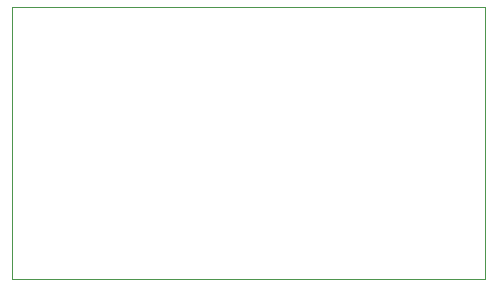
<source format=gm1>
%TF.GenerationSoftware,KiCad,Pcbnew,(5.1.10)-1*%
%TF.CreationDate,2022-07-24T21:09:46+02:00*%
%TF.ProjectId,PCB,5043422e-6b69-4636-9164-5f7063625858,rev?*%
%TF.SameCoordinates,Original*%
%TF.FileFunction,Profile,NP*%
%FSLAX46Y46*%
G04 Gerber Fmt 4.6, Leading zero omitted, Abs format (unit mm)*
G04 Created by KiCad (PCBNEW (5.1.10)-1) date 2022-07-24 21:09:46*
%MOMM*%
%LPD*%
G01*
G04 APERTURE LIST*
%TA.AperFunction,Profile*%
%ADD10C,0.050000*%
%TD*%
G04 APERTURE END LIST*
D10*
X178000000Y-119000000D02*
X138000000Y-119000000D01*
X178000000Y-142000000D02*
X178000000Y-119000000D01*
X138000000Y-142000000D02*
X178000000Y-142000000D01*
X138000000Y-119000000D02*
X138000000Y-142000000D01*
M02*

</source>
